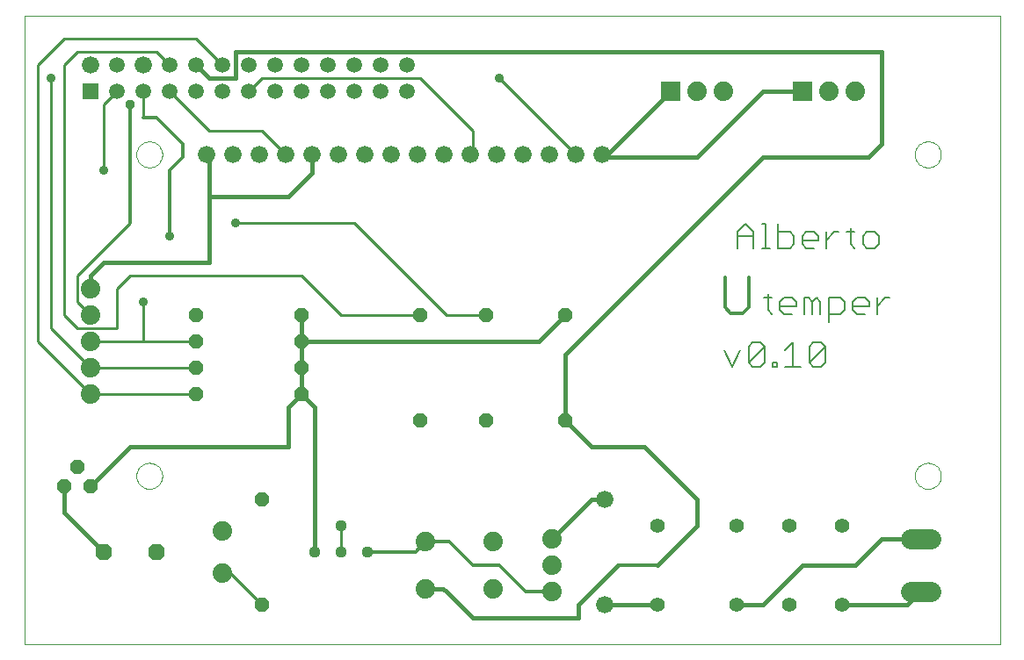
<source format=gtl>
G75*
G70*
%OFA0B0*%
%FSLAX24Y24*%
%IPPOS*%
%LPD*%
%AMOC8*
5,1,8,0,0,1.08239X$1,22.5*
%
%ADD10C,0.0000*%
%ADD11C,0.0080*%
%ADD12C,0.0120*%
%ADD13C,0.0660*%
%ADD14OC8,0.0520*%
%ADD15C,0.0780*%
%ADD16R,0.0594X0.0594*%
%ADD17C,0.0594*%
%ADD18C,0.0740*%
%ADD19C,0.0554*%
%ADD20C,0.0440*%
%ADD21OC8,0.0630*%
%ADD22R,0.0740X0.0740*%
%ADD23C,0.0160*%
%ADD24C,0.0100*%
%ADD25C,0.0360*%
%ADD26OC8,0.0356*%
D10*
X004465Y000625D02*
X004465Y024495D01*
X041457Y024495D01*
X041457Y000625D01*
X004465Y000625D01*
X008709Y007023D02*
X008711Y007067D01*
X008717Y007111D01*
X008727Y007154D01*
X008740Y007196D01*
X008758Y007236D01*
X008779Y007275D01*
X008803Y007312D01*
X008830Y007347D01*
X008861Y007379D01*
X008894Y007408D01*
X008930Y007434D01*
X008968Y007456D01*
X009008Y007475D01*
X009049Y007491D01*
X009092Y007503D01*
X009135Y007511D01*
X009179Y007515D01*
X009223Y007515D01*
X009267Y007511D01*
X009310Y007503D01*
X009353Y007491D01*
X009394Y007475D01*
X009434Y007456D01*
X009472Y007434D01*
X009508Y007408D01*
X009541Y007379D01*
X009572Y007347D01*
X009599Y007312D01*
X009623Y007275D01*
X009644Y007236D01*
X009662Y007196D01*
X009675Y007154D01*
X009685Y007111D01*
X009691Y007067D01*
X009693Y007023D01*
X009691Y006979D01*
X009685Y006935D01*
X009675Y006892D01*
X009662Y006850D01*
X009644Y006810D01*
X009623Y006771D01*
X009599Y006734D01*
X009572Y006699D01*
X009541Y006667D01*
X009508Y006638D01*
X009472Y006612D01*
X009434Y006590D01*
X009394Y006571D01*
X009353Y006555D01*
X009310Y006543D01*
X009267Y006535D01*
X009223Y006531D01*
X009179Y006531D01*
X009135Y006535D01*
X009092Y006543D01*
X009049Y006555D01*
X009008Y006571D01*
X008968Y006590D01*
X008930Y006612D01*
X008894Y006638D01*
X008861Y006667D01*
X008830Y006699D01*
X008803Y006734D01*
X008779Y006771D01*
X008758Y006810D01*
X008740Y006850D01*
X008727Y006892D01*
X008717Y006935D01*
X008711Y006979D01*
X008709Y007023D01*
X008709Y019227D02*
X008711Y019271D01*
X008717Y019315D01*
X008727Y019358D01*
X008740Y019400D01*
X008758Y019440D01*
X008779Y019479D01*
X008803Y019516D01*
X008830Y019551D01*
X008861Y019583D01*
X008894Y019612D01*
X008930Y019638D01*
X008968Y019660D01*
X009008Y019679D01*
X009049Y019695D01*
X009092Y019707D01*
X009135Y019715D01*
X009179Y019719D01*
X009223Y019719D01*
X009267Y019715D01*
X009310Y019707D01*
X009353Y019695D01*
X009394Y019679D01*
X009434Y019660D01*
X009472Y019638D01*
X009508Y019612D01*
X009541Y019583D01*
X009572Y019551D01*
X009599Y019516D01*
X009623Y019479D01*
X009644Y019440D01*
X009662Y019400D01*
X009675Y019358D01*
X009685Y019315D01*
X009691Y019271D01*
X009693Y019227D01*
X009691Y019183D01*
X009685Y019139D01*
X009675Y019096D01*
X009662Y019054D01*
X009644Y019014D01*
X009623Y018975D01*
X009599Y018938D01*
X009572Y018903D01*
X009541Y018871D01*
X009508Y018842D01*
X009472Y018816D01*
X009434Y018794D01*
X009394Y018775D01*
X009353Y018759D01*
X009310Y018747D01*
X009267Y018739D01*
X009223Y018735D01*
X009179Y018735D01*
X009135Y018739D01*
X009092Y018747D01*
X009049Y018759D01*
X009008Y018775D01*
X008968Y018794D01*
X008930Y018816D01*
X008894Y018842D01*
X008861Y018871D01*
X008830Y018903D01*
X008803Y018938D01*
X008779Y018975D01*
X008758Y019014D01*
X008740Y019054D01*
X008727Y019096D01*
X008717Y019139D01*
X008711Y019183D01*
X008709Y019227D01*
X038237Y019227D02*
X038239Y019271D01*
X038245Y019315D01*
X038255Y019358D01*
X038268Y019400D01*
X038286Y019440D01*
X038307Y019479D01*
X038331Y019516D01*
X038358Y019551D01*
X038389Y019583D01*
X038422Y019612D01*
X038458Y019638D01*
X038496Y019660D01*
X038536Y019679D01*
X038577Y019695D01*
X038620Y019707D01*
X038663Y019715D01*
X038707Y019719D01*
X038751Y019719D01*
X038795Y019715D01*
X038838Y019707D01*
X038881Y019695D01*
X038922Y019679D01*
X038962Y019660D01*
X039000Y019638D01*
X039036Y019612D01*
X039069Y019583D01*
X039100Y019551D01*
X039127Y019516D01*
X039151Y019479D01*
X039172Y019440D01*
X039190Y019400D01*
X039203Y019358D01*
X039213Y019315D01*
X039219Y019271D01*
X039221Y019227D01*
X039219Y019183D01*
X039213Y019139D01*
X039203Y019096D01*
X039190Y019054D01*
X039172Y019014D01*
X039151Y018975D01*
X039127Y018938D01*
X039100Y018903D01*
X039069Y018871D01*
X039036Y018842D01*
X039000Y018816D01*
X038962Y018794D01*
X038922Y018775D01*
X038881Y018759D01*
X038838Y018747D01*
X038795Y018739D01*
X038751Y018735D01*
X038707Y018735D01*
X038663Y018739D01*
X038620Y018747D01*
X038577Y018759D01*
X038536Y018775D01*
X038496Y018794D01*
X038458Y018816D01*
X038422Y018842D01*
X038389Y018871D01*
X038358Y018903D01*
X038331Y018938D01*
X038307Y018975D01*
X038286Y019014D01*
X038268Y019054D01*
X038255Y019096D01*
X038245Y019139D01*
X038239Y019183D01*
X038237Y019227D01*
X038237Y007023D02*
X038239Y007067D01*
X038245Y007111D01*
X038255Y007154D01*
X038268Y007196D01*
X038286Y007236D01*
X038307Y007275D01*
X038331Y007312D01*
X038358Y007347D01*
X038389Y007379D01*
X038422Y007408D01*
X038458Y007434D01*
X038496Y007456D01*
X038536Y007475D01*
X038577Y007491D01*
X038620Y007503D01*
X038663Y007511D01*
X038707Y007515D01*
X038751Y007515D01*
X038795Y007511D01*
X038838Y007503D01*
X038881Y007491D01*
X038922Y007475D01*
X038962Y007456D01*
X039000Y007434D01*
X039036Y007408D01*
X039069Y007379D01*
X039100Y007347D01*
X039127Y007312D01*
X039151Y007275D01*
X039172Y007236D01*
X039190Y007196D01*
X039203Y007154D01*
X039213Y007111D01*
X039219Y007067D01*
X039221Y007023D01*
X039219Y006979D01*
X039213Y006935D01*
X039203Y006892D01*
X039190Y006850D01*
X039172Y006810D01*
X039151Y006771D01*
X039127Y006734D01*
X039100Y006699D01*
X039069Y006667D01*
X039036Y006638D01*
X039000Y006612D01*
X038962Y006590D01*
X038922Y006571D01*
X038881Y006555D01*
X038838Y006543D01*
X038795Y006535D01*
X038751Y006531D01*
X038707Y006531D01*
X038663Y006535D01*
X038620Y006543D01*
X038577Y006555D01*
X038536Y006571D01*
X038496Y006590D01*
X038458Y006612D01*
X038422Y006638D01*
X038389Y006667D01*
X038358Y006699D01*
X038331Y006734D01*
X038307Y006771D01*
X038286Y006810D01*
X038268Y006850D01*
X038255Y006892D01*
X038245Y006935D01*
X038239Y006979D01*
X038237Y007023D01*
D11*
X034688Y011165D02*
X034381Y011165D01*
X034227Y011318D01*
X034841Y011932D01*
X034841Y011318D01*
X034688Y011165D01*
X034227Y011318D02*
X034227Y011932D01*
X034381Y012086D01*
X034688Y012086D01*
X034841Y011932D01*
X033921Y011165D02*
X033307Y011165D01*
X033614Y011165D02*
X033614Y012086D01*
X033307Y011779D01*
X033000Y011318D02*
X033000Y011165D01*
X032846Y011165D01*
X032846Y011318D01*
X033000Y011318D01*
X032539Y011318D02*
X032386Y011165D01*
X032079Y011165D01*
X031926Y011318D01*
X032539Y011932D01*
X032539Y011318D01*
X031926Y011318D02*
X031926Y011932D01*
X032079Y012086D01*
X032386Y012086D01*
X032539Y011932D01*
X031619Y011779D02*
X031312Y011165D01*
X031005Y011779D01*
X032658Y013318D02*
X032812Y013165D01*
X032658Y013318D02*
X032658Y013932D01*
X032505Y013779D02*
X032812Y013779D01*
X033119Y013625D02*
X033272Y013779D01*
X033579Y013779D01*
X033733Y013625D01*
X033733Y013472D01*
X033119Y013472D01*
X033119Y013625D02*
X033119Y013318D01*
X033272Y013165D01*
X033579Y013165D01*
X034039Y013165D02*
X034039Y013779D01*
X034193Y013779D01*
X034346Y013625D01*
X034500Y013779D01*
X034653Y013625D01*
X034653Y013165D01*
X034346Y013165D02*
X034346Y013625D01*
X034960Y013779D02*
X035421Y013779D01*
X035574Y013625D01*
X035574Y013318D01*
X035421Y013165D01*
X034960Y013165D01*
X034960Y012858D02*
X034960Y013779D01*
X035881Y013625D02*
X035881Y013318D01*
X036034Y013165D01*
X036341Y013165D01*
X036495Y013472D02*
X035881Y013472D01*
X035881Y013625D02*
X036034Y013779D01*
X036341Y013779D01*
X036495Y013625D01*
X036495Y013472D01*
X036802Y013472D02*
X037109Y013779D01*
X037262Y013779D01*
X036802Y013779D02*
X036802Y013165D01*
X036722Y015665D02*
X036415Y015665D01*
X036262Y015818D01*
X036262Y016125D01*
X036415Y016279D01*
X036722Y016279D01*
X036876Y016125D01*
X036876Y015818D01*
X036722Y015665D01*
X035955Y015665D02*
X035802Y015818D01*
X035802Y016432D01*
X035955Y016279D02*
X035648Y016279D01*
X035341Y016279D02*
X035188Y016279D01*
X034881Y015972D01*
X034881Y015665D02*
X034881Y016279D01*
X034574Y016125D02*
X034574Y015972D01*
X033960Y015972D01*
X033960Y016125D02*
X033960Y015818D01*
X034114Y015665D01*
X034421Y015665D01*
X034574Y016125D02*
X034421Y016279D01*
X034114Y016279D01*
X033960Y016125D01*
X033653Y016125D02*
X033653Y015818D01*
X033500Y015665D01*
X033039Y015665D01*
X033039Y016586D01*
X033039Y016279D02*
X033500Y016279D01*
X033653Y016125D01*
X032733Y015665D02*
X032426Y015665D01*
X032579Y015665D02*
X032579Y016586D01*
X032426Y016586D01*
X032119Y016279D02*
X032119Y015665D01*
X032119Y016125D02*
X031505Y016125D01*
X031505Y016279D02*
X031812Y016586D01*
X032119Y016279D01*
X031505Y016279D02*
X031505Y015665D01*
D12*
X031946Y014566D02*
X031946Y013415D01*
X031715Y013185D01*
X031255Y013185D01*
X031025Y013415D01*
X031025Y014566D01*
X020575Y004515D02*
X019685Y004515D01*
X019295Y004125D01*
X017465Y004125D01*
X020575Y004515D02*
X021465Y003625D01*
X022465Y003625D01*
X023465Y002625D01*
X024465Y002625D01*
X026965Y003625D02*
X028465Y003625D01*
X009965Y016125D02*
X009965Y018625D01*
X010465Y019125D01*
X010465Y019625D01*
X009465Y020625D01*
X008965Y020625D01*
X008465Y021125D02*
X008465Y016625D01*
D13*
X011366Y019227D03*
X012366Y019227D03*
X013366Y019227D03*
X014366Y019227D03*
X015366Y019227D03*
X016366Y019227D03*
X017366Y019227D03*
X018366Y019227D03*
X019366Y019227D03*
X020366Y019227D03*
X021366Y019227D03*
X022366Y019227D03*
X023366Y019227D03*
X024366Y019227D03*
X025366Y019227D03*
X026366Y019227D03*
X008965Y022625D03*
X006965Y022625D03*
X026465Y006125D03*
X026465Y002125D03*
D14*
X024965Y009125D03*
X021965Y009125D03*
X019465Y009125D03*
X014965Y010125D03*
X014965Y011125D03*
X014965Y012125D03*
X014965Y013125D03*
X010965Y013125D03*
X010965Y012125D03*
X010965Y011125D03*
X010965Y010125D03*
X006465Y007375D03*
X006965Y006625D03*
X005965Y006625D03*
X013465Y006125D03*
X013465Y002125D03*
X019465Y013125D03*
X021965Y013125D03*
X024965Y013125D03*
D15*
X038075Y004615D02*
X038855Y004615D01*
X038855Y002635D02*
X038075Y002635D01*
D16*
X006965Y021625D03*
D17*
X007965Y021625D03*
X008965Y021625D03*
X009965Y021625D03*
X010965Y021625D03*
X011965Y021625D03*
X012965Y021625D03*
X013965Y021625D03*
X014965Y021625D03*
X015965Y021625D03*
X016965Y021625D03*
X017965Y021625D03*
X018965Y021625D03*
X018965Y022625D03*
X017965Y022625D03*
X016965Y022625D03*
X015965Y022625D03*
X014965Y022625D03*
X013965Y022625D03*
X012965Y022625D03*
X011965Y022625D03*
X010965Y022625D03*
X009965Y022625D03*
X007965Y022625D03*
D18*
X006965Y014125D03*
X006965Y013125D03*
X006965Y012125D03*
X006965Y011125D03*
X006965Y010125D03*
X011965Y004912D03*
X011965Y003337D03*
X019685Y002735D03*
X022245Y002735D03*
X024465Y002625D03*
X024465Y003625D03*
X024465Y004625D03*
X022245Y004515D03*
X019685Y004515D03*
X029965Y021625D03*
X030965Y021625D03*
X034965Y021625D03*
X035965Y021625D03*
D19*
X035465Y005125D03*
X033465Y005125D03*
X031465Y005125D03*
X028465Y005125D03*
X028465Y002125D03*
X031465Y002125D03*
X033465Y002125D03*
X035465Y002125D03*
D20*
X017465Y004125D03*
X017465Y004125D03*
X016465Y004125D03*
X015465Y004125D03*
X015465Y004125D03*
X016465Y005125D03*
D21*
X009465Y004125D03*
X007465Y004125D03*
D22*
X028965Y021625D03*
X033965Y021625D03*
D23*
X032965Y021625D01*
X032465Y021625D01*
X029965Y019125D01*
X026469Y019125D01*
X026366Y019227D01*
X026567Y019227D01*
X028965Y021625D01*
X032465Y019125D02*
X036465Y019125D01*
X036965Y019625D01*
X036965Y023125D01*
X012465Y023125D01*
X012465Y022125D01*
X011465Y022125D01*
X010965Y022625D01*
X011366Y019227D02*
X011465Y019129D01*
X011465Y017625D01*
X014465Y017625D01*
X015366Y018526D01*
X015366Y019227D01*
X011465Y017625D02*
X011465Y015125D01*
X007465Y015125D01*
X006965Y014625D01*
X006965Y014125D01*
X014465Y009625D02*
X014965Y010125D01*
X015465Y009625D01*
X015465Y004125D01*
X019685Y002735D02*
X020355Y002735D01*
X020465Y002625D01*
X021465Y001625D01*
X025465Y001625D01*
X025465Y002125D01*
X026965Y003625D01*
X028465Y003625D02*
X029965Y005125D01*
X029965Y006125D01*
X027965Y008125D01*
X025965Y008125D01*
X024965Y009125D01*
X024965Y011625D01*
X026965Y013625D01*
X032465Y019125D01*
X024965Y013125D02*
X023965Y012125D01*
X014965Y012125D01*
X014965Y011125D01*
X014965Y010125D01*
X014465Y009625D02*
X014465Y008125D01*
X011465Y008125D01*
X008465Y008125D01*
X006965Y006625D01*
X005965Y006625D02*
X005965Y005625D01*
X007465Y004125D01*
X014965Y012125D02*
X014965Y013125D01*
X024465Y004625D02*
X025965Y006125D01*
X026465Y006125D01*
X026465Y002125D02*
X028465Y002125D01*
X031465Y002125D02*
X032465Y002125D01*
X033965Y003625D01*
X035965Y003625D01*
X036465Y004125D01*
X036965Y004625D01*
X038465Y004625D01*
X038465Y002635D02*
X037955Y002125D01*
X035465Y002125D01*
D24*
X038465Y002625D02*
X038465Y002635D01*
X038465Y004615D02*
X038465Y004625D01*
X021965Y013125D02*
X020465Y013125D01*
X016965Y016625D01*
X012465Y016625D01*
X014965Y014625D02*
X008465Y014625D01*
X007965Y014125D01*
X007965Y012625D01*
X006465Y012625D01*
X005965Y013125D01*
X005965Y022625D01*
X006465Y023125D01*
X009465Y023125D01*
X009965Y022625D01*
X009965Y021625D02*
X011465Y020125D01*
X013465Y020125D01*
X014465Y019125D01*
X014366Y019227D01*
X012965Y021625D02*
X013465Y022125D01*
X019465Y022125D01*
X021465Y020125D01*
X021465Y019125D01*
X021366Y019227D01*
X022465Y022125D02*
X025465Y019125D01*
X025366Y019227D01*
X026366Y019227D02*
X026465Y019125D01*
X019465Y013125D02*
X016465Y013125D01*
X014965Y014625D01*
X010965Y012125D02*
X008965Y012125D01*
X008965Y013625D01*
X006965Y013125D02*
X006465Y013625D01*
X006465Y014625D01*
X008465Y016625D01*
X007465Y018625D02*
X007465Y021125D01*
X007965Y021625D01*
X008965Y021625D02*
X008965Y020625D01*
X010965Y023625D02*
X011965Y022625D01*
X010965Y023625D02*
X005965Y023625D01*
X004965Y022625D01*
X004965Y012125D01*
X006965Y010125D01*
X010965Y010125D01*
X010965Y011125D02*
X006965Y011125D01*
X005465Y012625D01*
X005465Y022125D01*
X006965Y012125D02*
X008965Y012125D01*
X016465Y005125D02*
X016465Y004125D01*
X013465Y002125D02*
X011965Y003625D01*
X011965Y003337D01*
D25*
X008965Y013625D03*
X009965Y016125D03*
X012465Y016625D03*
X007465Y018625D03*
X005465Y022125D03*
X022465Y022125D03*
D26*
X008465Y021125D03*
M02*

</source>
